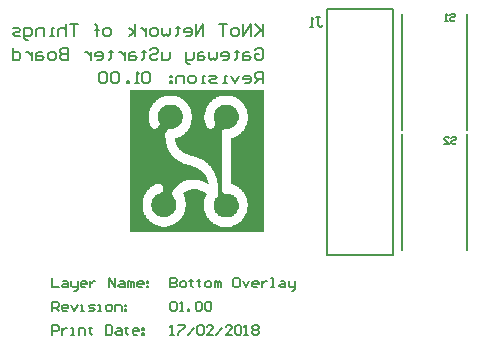
<source format=gbo>
%FSLAX25Y25*%
%MOIN*%
G70*
G01*
G75*
G04 Layer_Color=32896*
%ADD10R,0.04500X0.06000*%
%ADD11C,0.01969*%
%ADD12C,0.03937*%
%ADD13C,0.01772*%
%ADD14C,0.00787*%
%ADD15C,0.07480*%
%ADD16C,0.08661*%
%ADD17R,0.06000X0.06000*%
%ADD18C,0.06000*%
%ADD19R,0.06000X0.06000*%
%ADD20C,0.05906*%
%ADD21R,0.05906X0.05906*%
%ADD22C,0.05000*%
%ADD23C,0.00394*%
%ADD24R,0.05300X0.06800*%
%ADD25C,0.08280*%
%ADD26C,0.09461*%
%ADD27R,0.06800X0.06800*%
%ADD28C,0.06800*%
%ADD29R,0.06800X0.06800*%
%ADD30C,0.06706*%
%ADD31R,0.06706X0.06706*%
%ADD32C,0.05800*%
%ADD33C,0.00200*%
D14*
X155853Y20000D02*
Y39291D01*
X177613Y709D02*
Y39291D01*
X155853Y709D02*
Y20000D01*
Y40709D02*
Y60000D01*
X177613Y40709D02*
Y79291D01*
X155853Y60000D02*
Y79291D01*
X153006Y40000D02*
Y80945D01*
X130959D02*
X153006D01*
X130959Y-945D02*
Y80945D01*
Y-945D02*
X153006D01*
Y40000D01*
X172408Y37968D02*
X172802Y38361D01*
X173589D01*
X173983Y37968D01*
Y37574D01*
X173589Y37181D01*
X172802D01*
X172408Y36787D01*
Y36394D01*
X172802Y36000D01*
X173589D01*
X173983Y36394D01*
X170047Y36000D02*
X171621D01*
X170047Y37574D01*
Y37968D01*
X170440Y38361D01*
X171228D01*
X171621Y37968D01*
X171908Y78968D02*
X172302Y79361D01*
X173089D01*
X173483Y78968D01*
Y78574D01*
X173089Y78181D01*
X172302D01*
X171908Y77787D01*
Y77394D01*
X172302Y77000D01*
X173089D01*
X173483Y77394D01*
X171121Y77000D02*
X170334D01*
X170728D01*
Y79361D01*
X171121Y78968D01*
X127384Y78149D02*
X128433D01*
X127908D01*
Y75525D01*
X128433Y75000D01*
X128958D01*
X129483Y75525D01*
X126334Y75000D02*
X125285D01*
X125809D01*
Y78149D01*
X126334Y77624D01*
X109424Y56181D02*
Y60117D01*
X107456D01*
X106800Y59461D01*
Y58149D01*
X107456Y57493D01*
X109424D01*
X108112D02*
X106800Y56181D01*
X103520D02*
X104832D01*
X105488Y56837D01*
Y58149D01*
X104832Y58805D01*
X103520D01*
X102864Y58149D01*
Y57493D01*
X105488D01*
X101552Y58805D02*
X100240Y56181D01*
X98928Y58805D01*
X97616Y56181D02*
X96305D01*
X96960D01*
Y58805D01*
X97616D01*
X94337Y56181D02*
X92369D01*
X91713Y56837D01*
X92369Y57493D01*
X93681D01*
X94337Y58149D01*
X93681Y58805D01*
X91713D01*
X90401Y56181D02*
X89089D01*
X89745D01*
Y58805D01*
X90401D01*
X86465Y56181D02*
X85153D01*
X84497Y56837D01*
Y58149D01*
X85153Y58805D01*
X86465D01*
X87121Y58149D01*
Y56837D01*
X86465Y56181D01*
X83185D02*
Y58805D01*
X81217D01*
X80562Y58149D01*
Y56181D01*
X79250Y58805D02*
X78594D01*
Y58149D01*
X79250D01*
Y58805D01*
Y56837D02*
X78594D01*
Y56181D01*
X79250D01*
Y56837D01*
X72034Y59461D02*
X71378Y60117D01*
X70066D01*
X69410Y59461D01*
Y56837D01*
X70066Y56181D01*
X71378D01*
X72034Y56837D01*
Y59461D01*
X68098Y56181D02*
X66786D01*
X67442D01*
Y60117D01*
X68098Y59461D01*
X64819Y56181D02*
Y56837D01*
X64163D01*
Y56181D01*
X64819D01*
X61539Y59461D02*
X60883Y60117D01*
X59571D01*
X58915Y59461D01*
Y56837D01*
X59571Y56181D01*
X60883D01*
X61539Y56837D01*
Y59461D01*
X57603D02*
X56947Y60117D01*
X55635D01*
X54979Y59461D01*
Y56837D01*
X55635Y56181D01*
X56947D01*
X57603Y56837D01*
Y59461D01*
X106800Y67335D02*
X107456Y67991D01*
X108768D01*
X109424Y67335D01*
Y64711D01*
X108768Y64055D01*
X107456D01*
X106800Y64711D01*
Y66023D01*
X108112D01*
X104832Y66679D02*
X103520D01*
X102864Y66023D01*
Y64055D01*
X104832D01*
X105488Y64711D01*
X104832Y65367D01*
X102864D01*
X100896Y67335D02*
Y66679D01*
X101552D01*
X100240D01*
X100896D01*
Y64711D01*
X100240Y64055D01*
X96305D02*
X97616D01*
X98272Y64711D01*
Y66023D01*
X97616Y66679D01*
X96305D01*
X95648Y66023D01*
Y65367D01*
X98272D01*
X94337Y66679D02*
Y64711D01*
X93681Y64055D01*
X93025Y64711D01*
X92369Y64055D01*
X91713Y64711D01*
Y66679D01*
X89745D02*
X88433D01*
X87777Y66023D01*
Y64055D01*
X89745D01*
X90401Y64711D01*
X89745Y65367D01*
X87777D01*
X86465Y66679D02*
Y64711D01*
X85809Y64055D01*
X83841D01*
Y63399D01*
X84497Y62743D01*
X85153D01*
X83841Y64055D02*
Y66679D01*
X78594D02*
Y64711D01*
X77938Y64055D01*
X75970D01*
Y66679D01*
X72034Y67335D02*
X72690Y67991D01*
X74002D01*
X74658Y67335D01*
Y66679D01*
X74002Y66023D01*
X72690D01*
X72034Y65367D01*
Y64711D01*
X72690Y64055D01*
X74002D01*
X74658Y64711D01*
X70066Y67335D02*
Y66679D01*
X70722D01*
X69410D01*
X70066D01*
Y64711D01*
X69410Y64055D01*
X66786Y66679D02*
X65474D01*
X64819Y66023D01*
Y64055D01*
X66786D01*
X67442Y64711D01*
X66786Y65367D01*
X64819D01*
X63507Y66679D02*
Y64055D01*
Y65367D01*
X62851Y66023D01*
X62195Y66679D01*
X61539D01*
X58915Y67335D02*
Y66679D01*
X59571D01*
X58259D01*
X58915D01*
Y64711D01*
X58259Y64055D01*
X54323D02*
X55635D01*
X56291Y64711D01*
Y66023D01*
X55635Y66679D01*
X54323D01*
X53667Y66023D01*
Y65367D01*
X56291D01*
X52355Y66679D02*
Y64055D01*
Y65367D01*
X51699Y66023D01*
X51043Y66679D01*
X50388D01*
X44484Y67991D02*
Y64055D01*
X42516D01*
X41860Y64711D01*
Y65367D01*
X42516Y66023D01*
X44484D01*
X42516D01*
X41860Y66679D01*
Y67335D01*
X42516Y67991D01*
X44484D01*
X39892Y64055D02*
X38580D01*
X37924Y64711D01*
Y66023D01*
X38580Y66679D01*
X39892D01*
X40548Y66023D01*
Y64711D01*
X39892Y64055D01*
X35956Y66679D02*
X34644D01*
X33989Y66023D01*
Y64055D01*
X35956D01*
X36612Y64711D01*
X35956Y65367D01*
X33989D01*
X32677Y66679D02*
Y64055D01*
Y65367D01*
X32021Y66023D01*
X31365Y66679D01*
X30709D01*
X26117Y67991D02*
Y64055D01*
X28085D01*
X28741Y64711D01*
Y66023D01*
X28085Y66679D01*
X26117D01*
X109424Y75865D02*
Y71929D01*
Y73241D01*
X106800Y75865D01*
X108768Y73897D01*
X106800Y71929D01*
X105488D02*
Y75865D01*
X102864Y71929D01*
Y75865D01*
X100896Y71929D02*
X99584D01*
X98928Y72585D01*
Y73897D01*
X99584Y74553D01*
X100896D01*
X101552Y73897D01*
Y72585D01*
X100896Y71929D01*
X97616Y75865D02*
X94993D01*
X96305D01*
Y71929D01*
X89745D02*
Y75865D01*
X87121Y71929D01*
Y75865D01*
X83841Y71929D02*
X85153D01*
X85809Y72585D01*
Y73897D01*
X85153Y74553D01*
X83841D01*
X83185Y73897D01*
Y73241D01*
X85809D01*
X81217Y75209D02*
Y74553D01*
X81873D01*
X80562D01*
X81217D01*
Y72585D01*
X80562Y71929D01*
X78594Y74553D02*
Y72585D01*
X77938Y71929D01*
X77282Y72585D01*
X76626Y71929D01*
X75970Y72585D01*
Y74553D01*
X74002Y71929D02*
X72690D01*
X72034Y72585D01*
Y73897D01*
X72690Y74553D01*
X74002D01*
X74658Y73897D01*
Y72585D01*
X74002Y71929D01*
X70722Y74553D02*
Y71929D01*
Y73241D01*
X70066Y73897D01*
X69410Y74553D01*
X68754D01*
X66786Y71929D02*
Y75865D01*
Y73241D02*
X64819Y74553D01*
X66786Y73241D02*
X64819Y71929D01*
X58259D02*
X56947D01*
X56291Y72585D01*
Y73897D01*
X56947Y74553D01*
X58259D01*
X58915Y73897D01*
Y72585D01*
X58259Y71929D01*
X54323D02*
Y75209D01*
Y73897D01*
X54979D01*
X53667D01*
X54323D01*
Y75209D01*
X53667Y75865D01*
X47764D02*
X45140D01*
X46452D01*
Y71929D01*
X43828Y75865D02*
Y71929D01*
Y73897D01*
X43172Y74553D01*
X41860D01*
X41204Y73897D01*
Y71929D01*
X39892D02*
X38580D01*
X39236D01*
Y74553D01*
X39892D01*
X36612Y71929D02*
Y74553D01*
X34644D01*
X33989Y73897D01*
Y71929D01*
X31365Y70617D02*
X30709D01*
X30053Y71273D01*
Y74553D01*
X32021D01*
X32677Y73897D01*
Y72585D01*
X32021Y71929D01*
X30053D01*
X28741D02*
X26773D01*
X26117Y72585D01*
X26773Y73241D01*
X28085D01*
X28741Y73897D01*
X28085Y74553D01*
X26117D01*
X78740Y-27559D02*
X79790D01*
X79265D01*
Y-24410D01*
X78740Y-24935D01*
X81364Y-24410D02*
X83463D01*
Y-24935D01*
X81364Y-27034D01*
Y-27559D01*
X84513D02*
X86612Y-25460D01*
X87661Y-24935D02*
X88186Y-24410D01*
X89236D01*
X89760Y-24935D01*
Y-27034D01*
X89236Y-27559D01*
X88186D01*
X87661Y-27034D01*
Y-24935D01*
X92909Y-27559D02*
X90810D01*
X92909Y-25460D01*
Y-24935D01*
X92384Y-24410D01*
X91334D01*
X90810Y-24935D01*
X93958Y-27559D02*
X96057Y-25460D01*
X99206Y-27559D02*
X97107D01*
X99206Y-25460D01*
Y-24935D01*
X98681Y-24410D01*
X97632D01*
X97107Y-24935D01*
X100256D02*
X100780Y-24410D01*
X101830D01*
X102355Y-24935D01*
Y-27034D01*
X101830Y-27559D01*
X100780D01*
X100256Y-27034D01*
Y-24935D01*
X103404Y-27559D02*
X104454D01*
X103929D01*
Y-24410D01*
X103404Y-24935D01*
X106028D02*
X106553Y-24410D01*
X107602D01*
X108127Y-24935D01*
Y-25460D01*
X107602Y-25985D01*
X108127Y-26509D01*
Y-27034D01*
X107602Y-27559D01*
X106553D01*
X106028Y-27034D01*
Y-26509D01*
X106553Y-25985D01*
X106028Y-25460D01*
Y-24935D01*
X106553Y-25985D02*
X107602D01*
X39370Y-8662D02*
Y-11811D01*
X41469D01*
X43043Y-9712D02*
X44093D01*
X44618Y-10237D01*
Y-11811D01*
X43043D01*
X42519Y-11286D01*
X43043Y-10762D01*
X44618D01*
X45667Y-9712D02*
Y-11286D01*
X46192Y-11811D01*
X47766D01*
Y-12336D01*
X47242Y-12861D01*
X46717D01*
X47766Y-11811D02*
Y-9712D01*
X50390Y-11811D02*
X49341D01*
X48816Y-11286D01*
Y-10237D01*
X49341Y-9712D01*
X50390D01*
X50915Y-10237D01*
Y-10762D01*
X48816D01*
X51964Y-9712D02*
Y-11811D01*
Y-10762D01*
X52489Y-10237D01*
X53014Y-9712D01*
X53539D01*
X58262Y-11811D02*
Y-8662D01*
X60361Y-11811D01*
Y-8662D01*
X61935Y-9712D02*
X62985D01*
X63509Y-10237D01*
Y-11811D01*
X61935D01*
X61410Y-11286D01*
X61935Y-10762D01*
X63509D01*
X64559Y-11811D02*
Y-9712D01*
X65084D01*
X65608Y-10237D01*
Y-11811D01*
Y-10237D01*
X66133Y-9712D01*
X66658Y-10237D01*
Y-11811D01*
X69282D02*
X68232D01*
X67707Y-11286D01*
Y-10237D01*
X68232Y-9712D01*
X69282D01*
X69806Y-10237D01*
Y-10762D01*
X67707D01*
X70856Y-9712D02*
X71381D01*
Y-10237D01*
X70856D01*
Y-9712D01*
Y-11286D02*
X71381D01*
Y-11811D01*
X70856D01*
Y-11286D01*
X39370Y-19685D02*
Y-16536D01*
X40944D01*
X41469Y-17061D01*
Y-18111D01*
X40944Y-18635D01*
X39370D01*
X40420D02*
X41469Y-19685D01*
X44093D02*
X43043D01*
X42519Y-19160D01*
Y-18111D01*
X43043Y-17586D01*
X44093D01*
X44618Y-18111D01*
Y-18635D01*
X42519D01*
X45667Y-17586D02*
X46717Y-19685D01*
X47766Y-17586D01*
X48816Y-19685D02*
X49865D01*
X49341D01*
Y-17586D01*
X48816D01*
X51440Y-19685D02*
X53014D01*
X53539Y-19160D01*
X53014Y-18635D01*
X51964D01*
X51440Y-18111D01*
X51964Y-17586D01*
X53539D01*
X54588Y-19685D02*
X55638D01*
X55113D01*
Y-17586D01*
X54588D01*
X57737Y-19685D02*
X58786D01*
X59311Y-19160D01*
Y-18111D01*
X58786Y-17586D01*
X57737D01*
X57212Y-18111D01*
Y-19160D01*
X57737Y-19685D01*
X60361D02*
Y-17586D01*
X61935D01*
X62460Y-18111D01*
Y-19685D01*
X63509Y-17586D02*
X64034D01*
Y-18111D01*
X63509D01*
Y-17586D01*
Y-19160D02*
X64034D01*
Y-19685D01*
X63509D01*
Y-19160D01*
X39370Y-27559D02*
Y-24410D01*
X40944D01*
X41469Y-24935D01*
Y-25985D01*
X40944Y-26509D01*
X39370D01*
X42519Y-25460D02*
Y-27559D01*
Y-26509D01*
X43043Y-25985D01*
X43568Y-25460D01*
X44093D01*
X45667Y-27559D02*
X46717D01*
X46192D01*
Y-25460D01*
X45667D01*
X48291Y-27559D02*
Y-25460D01*
X49865D01*
X50390Y-25985D01*
Y-27559D01*
X51964Y-24935D02*
Y-25460D01*
X51440D01*
X52489D01*
X51964D01*
Y-27034D01*
X52489Y-27559D01*
X57212Y-24410D02*
Y-27559D01*
X58786D01*
X59311Y-27034D01*
Y-24935D01*
X58786Y-24410D01*
X57212D01*
X60886Y-25460D02*
X61935D01*
X62460Y-25985D01*
Y-27559D01*
X60886D01*
X60361Y-27034D01*
X60886Y-26509D01*
X62460D01*
X64034Y-24935D02*
Y-25460D01*
X63509D01*
X64559D01*
X64034D01*
Y-27034D01*
X64559Y-27559D01*
X67707D02*
X66658D01*
X66133Y-27034D01*
Y-25985D01*
X66658Y-25460D01*
X67707D01*
X68232Y-25985D01*
Y-26509D01*
X66133D01*
X69282Y-25460D02*
X69806D01*
Y-25985D01*
X69282D01*
Y-25460D01*
Y-27034D02*
X69806D01*
Y-27559D01*
X69282D01*
Y-27034D01*
X78740Y-17061D02*
X79265Y-16536D01*
X80314D01*
X80839Y-17061D01*
Y-19160D01*
X80314Y-19685D01*
X79265D01*
X78740Y-19160D01*
Y-17061D01*
X81889Y-19685D02*
X82938D01*
X82414D01*
Y-16536D01*
X81889Y-17061D01*
X84513Y-19685D02*
Y-19160D01*
X85037D01*
Y-19685D01*
X84513D01*
X87136Y-17061D02*
X87661Y-16536D01*
X88711D01*
X89236Y-17061D01*
Y-19160D01*
X88711Y-19685D01*
X87661D01*
X87136Y-19160D01*
Y-17061D01*
X90285D02*
X90810Y-16536D01*
X91859D01*
X92384Y-17061D01*
Y-19160D01*
X91859Y-19685D01*
X90810D01*
X90285Y-19160D01*
Y-17061D01*
X78740Y-8662D02*
Y-11811D01*
X80314D01*
X80839Y-11286D01*
Y-10762D01*
X80314Y-10237D01*
X78740D01*
X80314D01*
X80839Y-9712D01*
Y-9187D01*
X80314Y-8662D01*
X78740D01*
X82414Y-11811D02*
X83463D01*
X83988Y-11286D01*
Y-10237D01*
X83463Y-9712D01*
X82414D01*
X81889Y-10237D01*
Y-11286D01*
X82414Y-11811D01*
X85562Y-9187D02*
Y-9712D01*
X85037D01*
X86087D01*
X85562D01*
Y-11286D01*
X86087Y-11811D01*
X88186Y-9187D02*
Y-9712D01*
X87661D01*
X88711D01*
X88186D01*
Y-11286D01*
X88711Y-11811D01*
X90810D02*
X91859D01*
X92384Y-11286D01*
Y-10237D01*
X91859Y-9712D01*
X90810D01*
X90285Y-10237D01*
Y-11286D01*
X90810Y-11811D01*
X93434D02*
Y-9712D01*
X93958D01*
X94483Y-10237D01*
Y-11811D01*
Y-10237D01*
X95008Y-9712D01*
X95533Y-10237D01*
Y-11811D01*
X101305Y-8662D02*
X100256D01*
X99731Y-9187D01*
Y-11286D01*
X100256Y-11811D01*
X101305D01*
X101830Y-11286D01*
Y-9187D01*
X101305Y-8662D01*
X102879Y-9712D02*
X103929Y-11811D01*
X104978Y-9712D01*
X107602Y-11811D02*
X106553D01*
X106028Y-11286D01*
Y-10237D01*
X106553Y-9712D01*
X107602D01*
X108127Y-10237D01*
Y-10762D01*
X106028D01*
X109177Y-9712D02*
Y-11811D01*
Y-10762D01*
X109701Y-10237D01*
X110226Y-9712D01*
X110751D01*
X112325Y-11811D02*
X113375D01*
X112850D01*
Y-8662D01*
X112325D01*
X115474Y-9712D02*
X116523D01*
X117048Y-10237D01*
Y-11811D01*
X115474D01*
X114949Y-11286D01*
X115474Y-10762D01*
X117048D01*
X118098Y-9712D02*
Y-11286D01*
X118622Y-11811D01*
X120197D01*
Y-12336D01*
X119672Y-12861D01*
X119147D01*
X120197Y-11811D02*
Y-9712D01*
D33*
X65132Y53869D02*
X109532D01*
X65132Y53669D02*
X109532D01*
X65132Y53469D02*
X109532D01*
X65132Y53269D02*
X109532D01*
X65132Y53069D02*
X109532D01*
X65132Y52869D02*
X109532D01*
X65132Y52669D02*
X109532D01*
X65132Y52469D02*
X109532D01*
X98932Y52269D02*
X109532D01*
X80332D02*
X95332D01*
X65132D02*
X76732D01*
X99532Y52069D02*
X109532D01*
X80932D02*
X94732D01*
X65132D02*
X76132D01*
X100132Y51869D02*
X109532D01*
X81532D02*
X94132D01*
X65132D02*
X75532D01*
X100532Y51669D02*
X109532D01*
X81932D02*
X93732D01*
X65132D02*
X75132D01*
X100932Y51469D02*
X109532D01*
X82332D02*
X93532D01*
X65132D02*
X74732D01*
X101132Y51269D02*
X109532D01*
X82532D02*
X93132D01*
X65132D02*
X74532D01*
X101532Y51069D02*
X109532D01*
X82932D02*
X92732D01*
X65132D02*
X74132D01*
X101732Y50868D02*
X109532D01*
X83132D02*
X92532D01*
X65132D02*
X73932D01*
X101932Y50669D02*
X109532D01*
X83332D02*
X92332D01*
X65132D02*
X73732D01*
X102132Y50468D02*
X109532D01*
X83532D02*
X92132D01*
X65132D02*
X73532D01*
X102332Y50269D02*
X109532D01*
X83732D02*
X91932D01*
X65132D02*
X73332D01*
X102532Y50068D02*
X109532D01*
X83932D02*
X91732D01*
X65132D02*
X73132D01*
X102732Y49869D02*
X109532D01*
X84132D02*
X91532D01*
X65132D02*
X72932D01*
X102932Y49668D02*
X109532D01*
X84332D02*
X91332D01*
X65132D02*
X72732D01*
X103132Y49468D02*
X109532D01*
X84532D02*
X91132D01*
X65132D02*
X72532D01*
X103332Y49268D02*
X109532D01*
X84532D02*
X91132D01*
X65132D02*
X72332D01*
X103332Y49068D02*
X109532D01*
X96132D02*
X98132D01*
X84732D02*
X90932D01*
X77532D02*
X79532D01*
X65132D02*
X72332D01*
X103532Y48869D02*
X109532D01*
X95532D02*
X98732D01*
X84932D02*
X90732D01*
X76932D02*
X80132D01*
X65132D02*
X72132D01*
X103532Y48669D02*
X109532D01*
X95132D02*
X99132D01*
X84932D02*
X90732D01*
X76532D02*
X80532D01*
X65132D02*
X72132D01*
X103732Y48469D02*
X109532D01*
X94932D02*
X99532D01*
X85132D02*
X90532D01*
X76332D02*
X80732D01*
X65132D02*
X71932D01*
X103732Y48268D02*
X109532D01*
X94532D02*
X99732D01*
X85132D02*
X90532D01*
X75932D02*
X81132D01*
X65132D02*
X71932D01*
X103932Y48068D02*
X109532D01*
X94332D02*
X99932D01*
X85332D02*
X90332D01*
X75732D02*
X81332D01*
X65132D02*
X71732D01*
X103932Y47868D02*
X109532D01*
X94132D02*
X100132D01*
X85332D02*
X90332D01*
X75532D02*
X81532D01*
X65132D02*
X71732D01*
X104132Y47668D02*
X109532D01*
X93932D02*
X100332D01*
X85532D02*
X90132D01*
X75332D02*
X81732D01*
X65132D02*
X71532D01*
X104132Y47469D02*
X109532D01*
X93932D02*
X100532D01*
X85532D02*
X90132D01*
X75332D02*
X81732D01*
X65132D02*
X71532D01*
X104132Y47269D02*
X109532D01*
X93732D02*
X100532D01*
X85532D02*
X90132D01*
X75132D02*
X81932D01*
X65132D02*
X71532D01*
X104332Y47069D02*
X109532D01*
X93732D02*
X100732D01*
X85732D02*
X90132D01*
X74932D02*
X82132D01*
X65132D02*
X71332D01*
X104332Y46869D02*
X109532D01*
X93532D02*
X100732D01*
X85732D02*
X89932D01*
X74932D02*
X82132D01*
X65132D02*
X71332D01*
X104332Y46668D02*
X109532D01*
X93532D02*
X100932D01*
X85732D02*
X89932D01*
X74732D02*
X82132D01*
X65132D02*
X71332D01*
X104332Y46468D02*
X109532D01*
X93332D02*
X100932D01*
X85732D02*
X89932D01*
X74732D02*
X82332D01*
X65132D02*
X71332D01*
X104532Y46268D02*
X109532D01*
X93332D02*
X100932D01*
X85732D02*
X89932D01*
X74732D02*
X82332D01*
X65132D02*
X71332D01*
X104532Y46069D02*
X109532D01*
X93332D02*
X101132D01*
X85932D02*
X89932D01*
X74732D02*
X82332D01*
X65132D02*
X71132D01*
X104532Y45869D02*
X109532D01*
X93332D02*
X101132D01*
X85932D02*
X89732D01*
X74532D02*
X82532D01*
X65132D02*
X71132D01*
X104532Y45669D02*
X109532D01*
X93132D02*
X101132D01*
X85932D02*
X89732D01*
X74532D02*
X82532D01*
X65132D02*
X71132D01*
X104532Y45469D02*
X109532D01*
X93132D02*
X101132D01*
X85932D02*
X89732D01*
X74532D02*
X82532D01*
X65132D02*
X71132D01*
X104532Y45268D02*
X109532D01*
X93132D02*
X101132D01*
X85932D02*
X89732D01*
X74532D02*
X82532D01*
X65132D02*
X71132D01*
X104532Y45068D02*
X109532D01*
X93132D02*
X101132D01*
X85932D02*
X89732D01*
X74532D02*
X82532D01*
X65132D02*
X71132D01*
X104532Y44868D02*
X109532D01*
X93132D02*
X101132D01*
X85932D02*
X89732D01*
X74532D02*
X82532D01*
X65132D02*
X71132D01*
X104532Y44668D02*
X109532D01*
X93332D02*
X101132D01*
X85932D02*
X89732D01*
X74532D02*
X82532D01*
X65132D02*
X71132D01*
X104532Y44469D02*
X109532D01*
X93332D02*
X101132D01*
X85932D02*
X89732D01*
X74732D02*
X82332D01*
X65132D02*
X71132D01*
X104532Y44269D02*
X109532D01*
X93332D02*
X100932D01*
X85932D02*
X89732D01*
X74732D02*
X82332D01*
X65132D02*
X71132D01*
X104532Y44069D02*
X109532D01*
X93332D02*
X100932D01*
X85932D02*
X89932D01*
X74732D02*
X82332D01*
X65132D02*
X71132D01*
X104532Y43868D02*
X109532D01*
X93532D02*
X100932D01*
X85732D02*
X89932D01*
X74732D02*
X82332D01*
X65132D02*
X71332D01*
X104332Y43668D02*
X109532D01*
X93532D02*
X100732D01*
X85732D02*
X89932D01*
X74932D02*
X82132D01*
X65132D02*
X71332D01*
X104332Y43468D02*
X109532D01*
X93532D02*
X100732D01*
X85732D02*
X89932D01*
X74932D02*
X82132D01*
X65132D02*
X71332D01*
X104332Y43268D02*
X109532D01*
X93732D02*
X100532D01*
X85732D02*
X89932D01*
X74932D02*
X81932D01*
X65132D02*
X71332D01*
X104332Y43069D02*
X109532D01*
X93732D02*
X100532D01*
X85532D02*
X90132D01*
X75132D02*
X81932D01*
X65132D02*
X71332D01*
X104132Y42869D02*
X109532D01*
X93732D02*
X100332D01*
X85532D02*
X90132D01*
X75132D02*
X81732D01*
X65132D02*
X71532D01*
X104132Y42669D02*
X109532D01*
X93732D02*
X100132D01*
X85532D02*
X90132D01*
X75132D02*
X81532D01*
X65132D02*
X71532D01*
X104132Y42469D02*
X109532D01*
X93732D02*
X99932D01*
X85332D02*
X90332D01*
X74932D02*
X81332D01*
X65132D02*
X71532D01*
X103932Y42268D02*
X109532D01*
X93532D02*
X99732D01*
X85332D02*
X90332D01*
X74932D02*
X81132D01*
X65132D02*
X71732D01*
X103932Y42068D02*
X109532D01*
X93532D02*
X99532D01*
X85332D02*
X90332D01*
X74932D02*
X80932D01*
X65132D02*
X71732D01*
X103732Y41868D02*
X109532D01*
X93332D02*
X99332D01*
X85132D02*
X90532D01*
X74732D02*
X80532D01*
X65132D02*
X71932D01*
X103732Y41668D02*
X109532D01*
X93132D02*
X98932D01*
X85132D02*
X90732D01*
X74532D02*
X80332D01*
X65132D02*
X72132D01*
X103532Y41469D02*
X109532D01*
X92932D02*
X98332D01*
X84932D02*
X90932D01*
X74332D02*
X79732D01*
X65132D02*
X72332D01*
X103532Y41269D02*
X109532D01*
X97132D02*
X97332D01*
X92532D02*
X96732D01*
X84932D02*
X91332D01*
X78332D02*
X78532D01*
X73932D02*
X78132D01*
X65132D02*
X72732D01*
X103332Y41069D02*
X109532D01*
X84732D02*
X96332D01*
X65132D02*
X77732D01*
X103132Y40868D02*
X109532D01*
X84532D02*
X95932D01*
X65132D02*
X77332D01*
X103132Y40668D02*
X109532D01*
X84532D02*
X95732D01*
X65132D02*
X77132D01*
X102932Y40468D02*
X109532D01*
X84332D02*
X95732D01*
X65132D02*
X77132D01*
X102732Y40268D02*
X109532D01*
X84132D02*
X95532D01*
X65132D02*
X76932D01*
X102532Y40069D02*
X109532D01*
X83932D02*
X95532D01*
X65132D02*
X76932D01*
X102332Y39869D02*
X109532D01*
X83732D02*
X95532D01*
X65132D02*
X76932D01*
X102132Y39669D02*
X109532D01*
X83532D02*
X95532D01*
X65132D02*
X76732D01*
X101932Y39469D02*
X109532D01*
X83332D02*
X95532D01*
X65132D02*
X76732D01*
X101732Y39268D02*
X109532D01*
X83132D02*
X95532D01*
X65132D02*
X76732D01*
X101332Y39068D02*
X109532D01*
X82732D02*
X95532D01*
X65132D02*
X76732D01*
X101132Y38868D02*
X109532D01*
X82532D02*
X95532D01*
X65132D02*
X76732D01*
X100732Y38669D02*
X109532D01*
X82132D02*
X95532D01*
X65132D02*
X76732D01*
X100332Y38469D02*
X109532D01*
X81732D02*
X95532D01*
X65132D02*
X76732D01*
X99932Y38269D02*
X109532D01*
X81332D02*
X95532D01*
X65132D02*
X76732D01*
X99532Y38069D02*
X109532D01*
X80732D02*
X95532D01*
X65132D02*
X76732D01*
X98932Y37868D02*
X109532D01*
X80332D02*
X95532D01*
X65132D02*
X76932D01*
X98932Y37668D02*
X109532D01*
X80332D02*
X95532D01*
X65132D02*
X76932D01*
X98932Y37468D02*
X109532D01*
X80332D02*
X95532D01*
X65132D02*
X76932D01*
X98932Y37268D02*
X109532D01*
X80332D02*
X95532D01*
X65132D02*
X76932D01*
X98932Y37069D02*
X109532D01*
X80332D02*
X95532D01*
X65132D02*
X76932D01*
X98932Y36869D02*
X109532D01*
X80532D02*
X95532D01*
X65132D02*
X76932D01*
X98932Y36669D02*
X109532D01*
X80532D02*
X95532D01*
X65132D02*
X76932D01*
X98932Y36468D02*
X109532D01*
X80532D02*
X95532D01*
X65132D02*
X76932D01*
X98932Y36268D02*
X109532D01*
X80532D02*
X95532D01*
X65132D02*
X76932D01*
X98932Y36068D02*
X109532D01*
X80732D02*
X95532D01*
X65132D02*
X77132D01*
X98932Y35868D02*
X109532D01*
X80732D02*
X95532D01*
X65132D02*
X77132D01*
X98932Y35669D02*
X109532D01*
X80932D02*
X95532D01*
X65132D02*
X77132D01*
X98932Y35469D02*
X109532D01*
X80932D02*
X95532D01*
X65132D02*
X77132D01*
X98932Y35269D02*
X109532D01*
X81132D02*
X95532D01*
X65132D02*
X77332D01*
X98932Y35069D02*
X109532D01*
X81332D02*
X95532D01*
X65132D02*
X77332D01*
X98932Y34868D02*
X109532D01*
X81332D02*
X95532D01*
X65132D02*
X77332D01*
X98932Y34668D02*
X109532D01*
X81532D02*
X95532D01*
X65132D02*
X77532D01*
X98932Y34468D02*
X109532D01*
X81732D02*
X95532D01*
X65132D02*
X77532D01*
X98932Y34269D02*
X109532D01*
X81932D02*
X95532D01*
X65132D02*
X77732D01*
X98932Y34069D02*
X109532D01*
X82132D02*
X95532D01*
X65132D02*
X77732D01*
X98932Y33869D02*
X109532D01*
X82332D02*
X95532D01*
X65132D02*
X77932D01*
X98932Y33669D02*
X109532D01*
X82732D02*
X95532D01*
X65132D02*
X77932D01*
X98932Y33468D02*
X109532D01*
X82932D02*
X95532D01*
X65132D02*
X78132D01*
X98932Y33268D02*
X109532D01*
X83332D02*
X95532D01*
X65132D02*
X78132D01*
X98932Y33068D02*
X109532D01*
X83732D02*
X95532D01*
X65132D02*
X78332D01*
X98932Y32868D02*
X109532D01*
X84132D02*
X95532D01*
X65132D02*
X78532D01*
X98932Y32669D02*
X109532D01*
X84532D02*
X95532D01*
X65132D02*
X78532D01*
X98932Y32469D02*
X109532D01*
X85132D02*
X95532D01*
X65132D02*
X78732D01*
X98932Y32269D02*
X109532D01*
X85732D02*
X95532D01*
X65132D02*
X78932D01*
X98932Y32068D02*
X109532D01*
X86532D02*
X95532D01*
X65132D02*
X79132D01*
X98932Y31868D02*
X109532D01*
X87332D02*
X95532D01*
X65132D02*
X79332D01*
X98932Y31668D02*
X109532D01*
X87732D02*
X95532D01*
X65132D02*
X79532D01*
X98932Y31468D02*
X109532D01*
X88332D02*
X95532D01*
X65132D02*
X79732D01*
X98932Y31269D02*
X109532D01*
X88732D02*
X95532D01*
X65132D02*
X79932D01*
X98932Y31069D02*
X109532D01*
X89132D02*
X95532D01*
X65132D02*
X80332D01*
X98932Y30869D02*
X109532D01*
X89532D02*
X95532D01*
X65132D02*
X80532D01*
X98932Y30669D02*
X109532D01*
X89932D02*
X95532D01*
X65132D02*
X80932D01*
X98932Y30468D02*
X109532D01*
X90132D02*
X95532D01*
X65132D02*
X81132D01*
X98932Y30268D02*
X109532D01*
X90332D02*
X95532D01*
X65132D02*
X81532D01*
X98932Y30068D02*
X109532D01*
X90732D02*
X95532D01*
X65132D02*
X81932D01*
X98932Y29869D02*
X109532D01*
X90932D02*
X95532D01*
X65132D02*
X82332D01*
X98932Y29669D02*
X109532D01*
X91132D02*
X95532D01*
X65132D02*
X82732D01*
X98932Y29469D02*
X109532D01*
X91332D02*
X95532D01*
X65132D02*
X83332D01*
X98932Y29269D02*
X109532D01*
X91532D02*
X95532D01*
X65132D02*
X83932D01*
X98932Y29068D02*
X109532D01*
X91732D02*
X95532D01*
X65132D02*
X84532D01*
X98932Y28868D02*
X109532D01*
X91932D02*
X95532D01*
X65132D02*
X85332D01*
X98932Y28668D02*
X109532D01*
X92132D02*
X95532D01*
X65132D02*
X85932D01*
X98932Y28468D02*
X109532D01*
X92332D02*
X95532D01*
X65132D02*
X86532D01*
X98932Y28269D02*
X109532D01*
X92332D02*
X95532D01*
X65132D02*
X86932D01*
X98932Y28069D02*
X109532D01*
X92532D02*
X95532D01*
X65132D02*
X87332D01*
X98932Y27869D02*
X109532D01*
X92732D02*
X95532D01*
X65132D02*
X87732D01*
X98932Y27668D02*
X109532D01*
X92732D02*
X95532D01*
X65132D02*
X87932D01*
X98932Y27468D02*
X109532D01*
X92932D02*
X95532D01*
X65132D02*
X88332D01*
X98932Y27268D02*
X109532D01*
X93132D02*
X95532D01*
X65132D02*
X88532D01*
X98932Y27068D02*
X109532D01*
X93132D02*
X95532D01*
X65132D02*
X88732D01*
X98932Y26869D02*
X109532D01*
X93332D02*
X95532D01*
X65132D02*
X88932D01*
X98932Y26669D02*
X109532D01*
X93332D02*
X95532D01*
X65132D02*
X89132D01*
X98932Y26469D02*
X109532D01*
X93532D02*
X95532D01*
X65132D02*
X89332D01*
X98932Y26269D02*
X109532D01*
X93532D02*
X95532D01*
X65132D02*
X89532D01*
X98932Y26068D02*
X109532D01*
X93732D02*
X95532D01*
X65132D02*
X89732D01*
X98932Y25868D02*
X109532D01*
X93732D02*
X95532D01*
X65132D02*
X89932D01*
X98932Y25668D02*
X109532D01*
X93732D02*
X95532D01*
X65132D02*
X90132D01*
X98932Y25469D02*
X109532D01*
X93932D02*
X95532D01*
X65132D02*
X90132D01*
X98932Y25269D02*
X109532D01*
X93932D02*
X95532D01*
X65132D02*
X90332D01*
X98932Y25069D02*
X109532D01*
X93932D02*
X95532D01*
X65132D02*
X90332D01*
X98932Y24869D02*
X109532D01*
X94132D02*
X95532D01*
X65132D02*
X90532D01*
X98932Y24668D02*
X109532D01*
X94132D02*
X95532D01*
X65132D02*
X90532D01*
X98932Y24468D02*
X109532D01*
X94132D02*
X95532D01*
X65132D02*
X90732D01*
X98932Y24269D02*
X109532D01*
X94332D02*
X95532D01*
X87732D02*
X90732D01*
X65132D02*
X84532D01*
X98932Y24069D02*
X109532D01*
X94332D02*
X95532D01*
X88532D02*
X90732D01*
X65132D02*
X83732D01*
X98932Y23868D02*
X109532D01*
X94332D02*
X95532D01*
X89132D02*
X90932D01*
X65132D02*
X83132D01*
X98932Y23668D02*
X109532D01*
X94332D02*
X95532D01*
X89732D02*
X90932D01*
X65132D02*
X82732D01*
X98932Y23469D02*
X109532D01*
X94332D02*
X95532D01*
X90132D02*
X90932D01*
X65132D02*
X82332D01*
X98932Y23268D02*
X109532D01*
X94532D02*
X95532D01*
X90532D02*
X90932D01*
X65132D02*
X82132D01*
X98932Y23068D02*
X109532D01*
X94532D02*
X95532D01*
X90932D02*
X91132D01*
X74732D02*
X81732D01*
X65132D02*
X74332D01*
X99132Y22869D02*
X109532D01*
X94532D02*
X95532D01*
X75532D02*
X81332D01*
X65132D02*
X73732D01*
X99732Y22669D02*
X109532D01*
X94532D02*
X95532D01*
X75732D02*
X81132D01*
X65132D02*
X73332D01*
X100132Y22468D02*
X109532D01*
X94532D02*
X95532D01*
X75932D02*
X80932D01*
X65132D02*
X72932D01*
X100532Y22268D02*
X109532D01*
X94732D02*
X95532D01*
X76132D02*
X80732D01*
X65132D02*
X72532D01*
X100932Y22069D02*
X109532D01*
X94732D02*
X95532D01*
X76132D02*
X80532D01*
X65132D02*
X72332D01*
X101132Y21869D02*
X109532D01*
X94732D02*
X95532D01*
X76332D02*
X80332D01*
X65132D02*
X72132D01*
X101532Y21668D02*
X109532D01*
X94732D02*
X95532D01*
X76332D02*
X80132D01*
X65132D02*
X71732D01*
X101732Y21468D02*
X109532D01*
X94732D02*
X95532D01*
X76332D02*
X79932D01*
X65132D02*
X71532D01*
X101932Y21269D02*
X109532D01*
X94732D02*
X95532D01*
X76332D02*
X79732D01*
X65132D02*
X71332D01*
X102132Y21068D02*
X109532D01*
X94732D02*
X95532D01*
X76332D02*
X79532D01*
X65132D02*
X71132D01*
X102332Y20868D02*
X109532D01*
X94732D02*
X95532D01*
X85532D02*
X87732D01*
X76332D02*
X79332D01*
X65132D02*
X70932D01*
X102532Y20669D02*
X109532D01*
X94732D02*
X95532D01*
X84732D02*
X88332D01*
X76332D02*
X79132D01*
X65132D02*
X70732D01*
X102732Y20469D02*
X109532D01*
X94732D02*
X95532D01*
X84332D02*
X88932D01*
X76132D02*
X79132D01*
X65132D02*
X70532D01*
X102932Y20268D02*
X109532D01*
X94732D02*
X95732D01*
X83932D02*
X89332D01*
X76132D02*
X78932D01*
X65132D02*
X70532D01*
X103132Y20068D02*
X109532D01*
X94732D02*
X95732D01*
X83532D02*
X89732D01*
X75932D02*
X78932D01*
X65132D02*
X70332D01*
X103132Y19869D02*
X109532D01*
X94732D02*
X95932D01*
X83332D02*
X89932D01*
X75532D02*
X78932D01*
X65132D02*
X70132D01*
X103332Y19669D02*
X109532D01*
X94732D02*
X96332D01*
X82932D02*
X90332D01*
X75332D02*
X78932D01*
X65132D02*
X70132D01*
X103532Y19468D02*
X109532D01*
X94732D02*
X98332D01*
X83132D02*
X90532D01*
X74732D02*
X78932D01*
X65132D02*
X69932D01*
X103532Y19268D02*
X109532D01*
X94732D02*
X98732D01*
X83132D02*
X90332D01*
X74332D02*
X78932D01*
X65132D02*
X69932D01*
X103732Y19069D02*
X109532D01*
X94532D02*
X99132D01*
X83332D02*
X90332D01*
X73932D02*
X78932D01*
X65132D02*
X69732D01*
X103732Y18868D02*
X109532D01*
X94532D02*
X99532D01*
X83332D02*
X90132D01*
X73732D02*
X79132D01*
X65132D02*
X69732D01*
X103932Y18668D02*
X109532D01*
X94532D02*
X99732D01*
X83332D02*
X90132D01*
X73532D02*
X79132D01*
X65132D02*
X69532D01*
X103932Y18469D02*
X109532D01*
X94332D02*
X99932D01*
X83532D02*
X89932D01*
X73332D02*
X79332D01*
X65132D02*
X69532D01*
X103932Y18269D02*
X109532D01*
X94132D02*
X100132D01*
X83532D02*
X89932D01*
X73132D02*
X79532D01*
X65132D02*
X69532D01*
X104132Y18068D02*
X109532D01*
X93932D02*
X100332D01*
X83532D02*
X89932D01*
X73132D02*
X79732D01*
X65132D02*
X69332D01*
X104132Y17868D02*
X109532D01*
X93732D02*
X100532D01*
X83732D02*
X89732D01*
X72932D02*
X79732D01*
X65132D02*
X69332D01*
X104132Y17669D02*
X109532D01*
X93732D02*
X100532D01*
X83732D02*
X89732D01*
X72732D02*
X79932D01*
X65132D02*
X69332D01*
X104332Y17469D02*
X109532D01*
X93532D02*
X100732D01*
X83732D02*
X89732D01*
X72732D02*
X79932D01*
X65132D02*
X69132D01*
X104332Y17268D02*
X109532D01*
X93532D02*
X100732D01*
X83732D02*
X89732D01*
X72732D02*
X80132D01*
X65132D02*
X69132D01*
X104332Y17068D02*
X109532D01*
X93332D02*
X100932D01*
X83732D02*
X89732D01*
X72532D02*
X80132D01*
X65132D02*
X69132D01*
X104332Y16869D02*
X109532D01*
X93332D02*
X100932D01*
X83932D02*
X89532D01*
X72532D02*
X80132D01*
X65132D02*
X69132D01*
X104332Y16669D02*
X109532D01*
X93332D02*
X100932D01*
X83932D02*
X89532D01*
X72532D02*
X80332D01*
X65132D02*
X69132D01*
X104532Y16468D02*
X109532D01*
X93132D02*
X101132D01*
X83932D02*
X89532D01*
X72332D02*
X80332D01*
X65132D02*
X69132D01*
X104532Y16269D02*
X109532D01*
X93132D02*
X101132D01*
X83932D02*
X89532D01*
X72332D02*
X80332D01*
X65132D02*
X69132D01*
X104532Y16069D02*
X109532D01*
X93132D02*
X101132D01*
X83932D02*
X89532D01*
X72332D02*
X80332D01*
X65132D02*
X69132D01*
X104532Y15868D02*
X109532D01*
X93132D02*
X101132D01*
X83932D02*
X89532D01*
X72332D02*
X80332D01*
X65132D02*
X69132D01*
X104532Y15668D02*
X109532D01*
X93132D02*
X101132D01*
X83932D02*
X89532D01*
X72332D02*
X80332D01*
X65132D02*
X69132D01*
X104532Y15469D02*
X109532D01*
X93132D02*
X101132D01*
X83932D02*
X89532D01*
X72332D02*
X80332D01*
X65132D02*
X69132D01*
X104532Y15269D02*
X109532D01*
X93132D02*
X101132D01*
X83932D02*
X89532D01*
X72332D02*
X80332D01*
X65132D02*
X69132D01*
X104532Y15068D02*
X109532D01*
X93132D02*
X101132D01*
X83932D02*
X89532D01*
X72532D02*
X80332D01*
X65132D02*
X69132D01*
X104332Y14868D02*
X109532D01*
X93132D02*
X101132D01*
X83732D02*
X89532D01*
X72532D02*
X80132D01*
X65132D02*
X69132D01*
X104332Y14669D02*
X109532D01*
X93332D02*
X101132D01*
X83732D02*
X89532D01*
X72532D02*
X80132D01*
X65132D02*
X69132D01*
X104332Y14469D02*
X109532D01*
X93332D02*
X100932D01*
X83732D02*
X89732D01*
X72532D02*
X80132D01*
X65132D02*
X69132D01*
X104332Y14268D02*
X109532D01*
X93332D02*
X100932D01*
X83732D02*
X89732D01*
X72732D02*
X79932D01*
X65132D02*
X69332D01*
X104332Y14069D02*
X109532D01*
X93532D02*
X100732D01*
X83732D02*
X89732D01*
X72732D02*
X79932D01*
X65132D02*
X69332D01*
X104332Y13869D02*
X109532D01*
X93532D02*
X100732D01*
X83532D02*
X89732D01*
X72932D02*
X79732D01*
X65132D02*
X69332D01*
X104132Y13668D02*
X109532D01*
X93732D02*
X100532D01*
X83532D02*
X89932D01*
X72932D02*
X79732D01*
X65132D02*
X69332D01*
X104132Y13468D02*
X109532D01*
X93732D02*
X100532D01*
X83532D02*
X89932D01*
X73132D02*
X79532D01*
X65132D02*
X69532D01*
X104132Y13269D02*
X109532D01*
X93932D02*
X100332D01*
X83332D02*
X89932D01*
X73332D02*
X79332D01*
X65132D02*
X69532D01*
X103932Y13069D02*
X109532D01*
X94132D02*
X100132D01*
X83332D02*
X90132D01*
X73532D02*
X79132D01*
X65132D02*
X69732D01*
X103932Y12868D02*
X109532D01*
X94332D02*
X99932D01*
X83132D02*
X90132D01*
X73732D02*
X78932D01*
X65132D02*
X69732D01*
X103732Y12669D02*
X109532D01*
X94532D02*
X99732D01*
X83132D02*
X90132D01*
X73932D02*
X78732D01*
X65132D02*
X69732D01*
X103732Y12469D02*
X109532D01*
X94732D02*
X99532D01*
X82932D02*
X90332D01*
X74332D02*
X78332D01*
X65132D02*
X69932D01*
X103532Y12269D02*
X109532D01*
X95132D02*
X99332D01*
X82932D02*
X90332D01*
X74532D02*
X78132D01*
X65132D02*
X70132D01*
X103532Y12069D02*
X109532D01*
X95532D02*
X98932D01*
X82732D02*
X90532D01*
X75132D02*
X77532D01*
X65132D02*
X70132D01*
X103332Y11869D02*
X109532D01*
X95932D02*
X98332D01*
X82732D02*
X90732D01*
X65132D02*
X70332D01*
X103332Y11669D02*
X109532D01*
X82532D02*
X90732D01*
X65132D02*
X70332D01*
X103132Y11469D02*
X109532D01*
X82332D02*
X90932D01*
X65132D02*
X70532D01*
X102932Y11269D02*
X109532D01*
X82132D02*
X91132D01*
X65132D02*
X70732D01*
X102732Y11069D02*
X109532D01*
X81932D02*
X91332D01*
X65132D02*
X70932D01*
X102732Y10869D02*
X109532D01*
X81932D02*
X91332D01*
X65132D02*
X71132D01*
X102532Y10669D02*
X109532D01*
X81532D02*
X91532D01*
X65132D02*
X71332D01*
X102332Y10469D02*
X109532D01*
X81332D02*
X91732D01*
X65132D02*
X71532D01*
X102132Y10269D02*
X109532D01*
X81132D02*
X91932D01*
X65132D02*
X71732D01*
X101732Y10069D02*
X109532D01*
X80932D02*
X92332D01*
X65132D02*
X71932D01*
X101532Y9869D02*
X109532D01*
X80732D02*
X92532D01*
X65132D02*
X72332D01*
X101332Y9669D02*
X109532D01*
X80332D02*
X92732D01*
X65132D02*
X72532D01*
X100932Y9469D02*
X109532D01*
X79932D02*
X93132D01*
X65132D02*
X72932D01*
X100532Y9269D02*
X109532D01*
X79532D02*
X93532D01*
X65132D02*
X73332D01*
X100132Y9069D02*
X109532D01*
X79132D02*
X93932D01*
X65132D02*
X73732D01*
X99732Y8869D02*
X109532D01*
X78532D02*
X94332D01*
X65132D02*
X74332D01*
X99132Y8669D02*
X109532D01*
X77732D02*
X94932D01*
X65132D02*
X75132D01*
X98332Y8469D02*
X109532D01*
X65132D02*
X95732D01*
X65132Y8269D02*
X109532D01*
X65132Y8069D02*
X109532D01*
X65132Y7869D02*
X109532D01*
X65132Y7669D02*
X109532D01*
X65132Y7469D02*
X109532D01*
X65132Y7269D02*
X109532D01*
X65132Y7069D02*
X109532D01*
X65132Y6869D02*
X109532D01*
M02*

</source>
